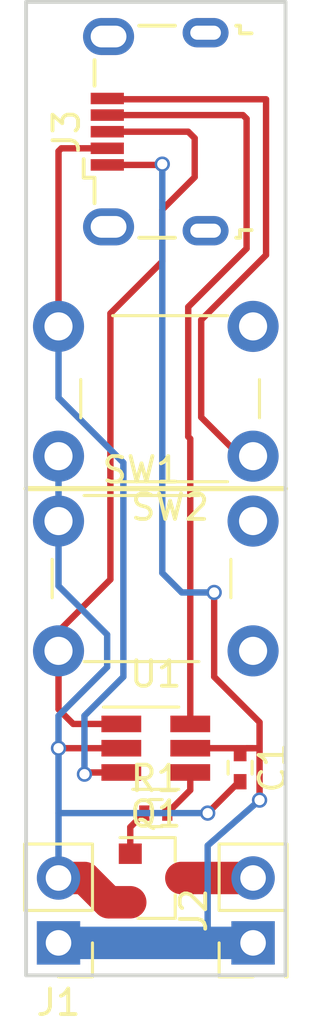
<source format=kicad_pcb>
(kicad_pcb (version 4) (host pcbnew 4.0.7)

  (general
    (links 25)
    (no_connects 9)
    (area 128.194999 65.964999 138.505001 104.215001)
    (thickness 1.6)
    (drawings 5)
    (tracks 79)
    (zones 0)
    (modules 9)
    (nets 10)
  )

  (page A4)
  (layers
    (0 F.Cu signal)
    (31 B.Cu signal)
    (33 F.Adhes user)
    (35 F.Paste user)
    (37 F.SilkS user)
    (39 F.Mask user)
    (40 Dwgs.User user)
    (41 Cmts.User user)
    (42 Eco1.User user)
    (43 Eco2.User user)
    (44 Edge.Cuts user)
    (45 Margin user hide)
    (47 F.CrtYd user hide)
    (49 F.Fab user)
  )

  (setup
    (last_trace_width 1.27)
    (user_trace_width 1.27)
    (trace_clearance 0.2)
    (zone_clearance 0.508)
    (zone_45_only no)
    (trace_min 0.2)
    (segment_width 0.2)
    (edge_width 0.15)
    (via_size 0.6)
    (via_drill 0.4)
    (via_min_size 0.4)
    (via_min_drill 0.3)
    (uvia_size 0.3)
    (uvia_drill 0.1)
    (uvias_allowed no)
    (uvia_min_size 0.2)
    (uvia_min_drill 0.1)
    (pcb_text_width 0.3)
    (pcb_text_size 1.5 1.5)
    (mod_edge_width 0.15)
    (mod_text_size 1 1)
    (mod_text_width 0.15)
    (pad_size 1.524 1.524)
    (pad_drill 0.762)
    (pad_to_mask_clearance 0.2)
    (aux_axis_origin 0 0)
    (grid_origin 147.32 83.82)
    (visible_elements 7FFFFFFF)
    (pcbplotparams
      (layerselection 0x00030_80000001)
      (usegerberextensions false)
      (excludeedgelayer true)
      (linewidth 0.100000)
      (plotframeref false)
      (viasonmask false)
      (mode 1)
      (useauxorigin false)
      (hpglpennumber 1)
      (hpglpenspeed 20)
      (hpglpendiameter 15)
      (hpglpenoverlay 2)
      (psnegative false)
      (psa4output false)
      (plotreference true)
      (plotvalue true)
      (plotinvisibletext false)
      (padsonsilk false)
      (subtractmaskfromsilk false)
      (outputformat 1)
      (mirror false)
      (drillshape 1)
      (scaleselection 1)
      (outputdirectory ""))
  )

  (net 0 "")
  (net 1 VDD)
  (net 2 GNDD)
  (net 3 "Net-(J2-Pad2)")
  (net 4 "Net-(R1-Pad2)")
  (net 5 "Net-(J3-Pad2)")
  (net 6 "Net-(J3-Pad3)")
  (net 7 "Net-(J3-Pad4)")
  (net 8 "Net-(J3-Pad6)")
  (net 9 "Net-(Q1-Pad1)")

  (net_class Default "This is the default net class."
    (clearance 0.2)
    (trace_width 0.25)
    (via_dia 0.6)
    (via_drill 0.4)
    (uvia_dia 0.3)
    (uvia_drill 0.1)
    (add_net GNDD)
    (add_net "Net-(J2-Pad2)")
    (add_net "Net-(J3-Pad2)")
    (add_net "Net-(J3-Pad3)")
    (add_net "Net-(J3-Pad4)")
    (add_net "Net-(J3-Pad6)")
    (add_net "Net-(Q1-Pad1)")
    (add_net "Net-(R1-Pad2)")
    (add_net VDD)
  )

  (net_class power ""
    (clearance 0.2)
    (trace_width 1.27)
    (via_dia 0.6)
    (via_drill 0.4)
    (uvia_dia 0.3)
    (uvia_drill 0.1)
  )

  (module Pin_Headers:Pin_Header_Straight_1x02_Pitch2.54mm (layer F.Cu) (tedit 59650532) (tstamp 5ABE79FD)
    (at 129.54 102.87 180)
    (descr "Through hole straight pin header, 1x02, 2.54mm pitch, single row")
    (tags "Through hole pin header THT 1x02 2.54mm single row")
    (path /5AB7E920)
    (fp_text reference J1 (at 0 -2.33 180) (layer F.SilkS)
      (effects (font (size 1 1) (thickness 0.15)))
    )
    (fp_text value INPUT (at 0 4.87 180) (layer F.Fab)
      (effects (font (size 1 1) (thickness 0.15)))
    )
    (fp_line (start -0.635 -1.27) (end 1.27 -1.27) (layer F.Fab) (width 0.1))
    (fp_line (start 1.27 -1.27) (end 1.27 3.81) (layer F.Fab) (width 0.1))
    (fp_line (start 1.27 3.81) (end -1.27 3.81) (layer F.Fab) (width 0.1))
    (fp_line (start -1.27 3.81) (end -1.27 -0.635) (layer F.Fab) (width 0.1))
    (fp_line (start -1.27 -0.635) (end -0.635 -1.27) (layer F.Fab) (width 0.1))
    (fp_line (start -1.33 3.87) (end 1.33 3.87) (layer F.SilkS) (width 0.12))
    (fp_line (start -1.33 1.27) (end -1.33 3.87) (layer F.SilkS) (width 0.12))
    (fp_line (start 1.33 1.27) (end 1.33 3.87) (layer F.SilkS) (width 0.12))
    (fp_line (start -1.33 1.27) (end 1.33 1.27) (layer F.SilkS) (width 0.12))
    (fp_line (start -1.33 0) (end -1.33 -1.33) (layer F.SilkS) (width 0.12))
    (fp_line (start -1.33 -1.33) (end 0 -1.33) (layer F.SilkS) (width 0.12))
    (fp_line (start -1.8 -1.8) (end -1.8 4.35) (layer F.CrtYd) (width 0.05))
    (fp_line (start -1.8 4.35) (end 1.8 4.35) (layer F.CrtYd) (width 0.05))
    (fp_line (start 1.8 4.35) (end 1.8 -1.8) (layer F.CrtYd) (width 0.05))
    (fp_line (start 1.8 -1.8) (end -1.8 -1.8) (layer F.CrtYd) (width 0.05))
    (fp_text user %R (at 0 1.27 270) (layer F.Fab)
      (effects (font (size 1 1) (thickness 0.15)))
    )
    (pad 1 thru_hole rect (at 0 0 180) (size 1.7 1.7) (drill 1) (layers *.Cu *.Mask)
      (net 1 VDD))
    (pad 2 thru_hole oval (at 0 2.54 180) (size 1.7 1.7) (drill 1) (layers *.Cu *.Mask)
      (net 2 GNDD))
    (model ${KISYS3DMOD}/Pin_Headers.3dshapes/Pin_Header_Straight_1x02_Pitch2.54mm.wrl
      (at (xyz 0 0 0))
      (scale (xyz 1 1 1))
      (rotate (xyz 0 0 0))
    )
  )

  (module Pin_Headers:Pin_Header_Straight_2x01_Pitch2.54mm (layer F.Cu) (tedit 59650532) (tstamp 5ABE7A15)
    (at 137.16 102.87 90)
    (descr "Through hole straight pin header, 2x01, 2.54mm pitch, double rows")
    (tags "Through hole pin header THT 2x01 2.54mm double row")
    (path /5AB7E98F)
    (fp_text reference J2 (at 1.27 -2.33 90) (layer F.SilkS)
      (effects (font (size 1 1) (thickness 0.15)))
    )
    (fp_text value OUTPUT (at 1.27 2.33 90) (layer F.Fab)
      (effects (font (size 1 1) (thickness 0.15)))
    )
    (fp_line (start 0 -1.27) (end 3.81 -1.27) (layer F.Fab) (width 0.1))
    (fp_line (start 3.81 -1.27) (end 3.81 1.27) (layer F.Fab) (width 0.1))
    (fp_line (start 3.81 1.27) (end -1.27 1.27) (layer F.Fab) (width 0.1))
    (fp_line (start -1.27 1.27) (end -1.27 0) (layer F.Fab) (width 0.1))
    (fp_line (start -1.27 0) (end 0 -1.27) (layer F.Fab) (width 0.1))
    (fp_line (start -1.33 1.33) (end 3.87 1.33) (layer F.SilkS) (width 0.12))
    (fp_line (start -1.33 1.27) (end -1.33 1.33) (layer F.SilkS) (width 0.12))
    (fp_line (start 3.87 -1.33) (end 3.87 1.33) (layer F.SilkS) (width 0.12))
    (fp_line (start -1.33 1.27) (end 1.27 1.27) (layer F.SilkS) (width 0.12))
    (fp_line (start 1.27 1.27) (end 1.27 -1.33) (layer F.SilkS) (width 0.12))
    (fp_line (start 1.27 -1.33) (end 3.87 -1.33) (layer F.SilkS) (width 0.12))
    (fp_line (start -1.33 0) (end -1.33 -1.33) (layer F.SilkS) (width 0.12))
    (fp_line (start -1.33 -1.33) (end 0 -1.33) (layer F.SilkS) (width 0.12))
    (fp_line (start -1.8 -1.8) (end -1.8 1.8) (layer F.CrtYd) (width 0.05))
    (fp_line (start -1.8 1.8) (end 4.35 1.8) (layer F.CrtYd) (width 0.05))
    (fp_line (start 4.35 1.8) (end 4.35 -1.8) (layer F.CrtYd) (width 0.05))
    (fp_line (start 4.35 -1.8) (end -1.8 -1.8) (layer F.CrtYd) (width 0.05))
    (fp_text user %R (at 1.27 0 180) (layer F.Fab)
      (effects (font (size 1 1) (thickness 0.15)))
    )
    (pad 1 thru_hole rect (at 0 0 90) (size 1.7 1.7) (drill 1) (layers *.Cu *.Mask)
      (net 1 VDD))
    (pad 2 thru_hole oval (at 2.54 0 90) (size 1.7 1.7) (drill 1) (layers *.Cu *.Mask)
      (net 3 "Net-(J2-Pad2)"))
    (model ${KISYS3DMOD}/Pin_Headers.3dshapes/Pin_Header_Straight_2x01_Pitch2.54mm.wrl
      (at (xyz 0 0 0))
      (scale (xyz 1 1 1))
      (rotate (xyz 0 0 0))
    )
  )

  (module Connectors_USB:USB_Micro-B_Wuerth-629105150521 (layer F.Cu) (tedit 59E3D6C4) (tstamp 5ABE7A44)
    (at 133.35 71.12 90)
    (descr "USB Micro-B receptacle, http://www.mouser.com/ds/2/445/629105150521-469306.pdf")
    (tags "usb micro receptacle")
    (path /5ABE74D3)
    (attr smd)
    (fp_text reference J3 (at 0 -3.5 90) (layer F.SilkS)
      (effects (font (size 1 1) (thickness 0.15)))
    )
    (fp_text value USB_OTG (at 0 5.6 90) (layer F.Fab)
      (effects (font (size 1 1) (thickness 0.15)))
    )
    (fp_line (start -4 -2.25) (end -4 3.15) (layer F.Fab) (width 0.15))
    (fp_line (start -4 3.15) (end -3.7 3.15) (layer F.Fab) (width 0.15))
    (fp_line (start -3.7 3.15) (end -3.7 4.35) (layer F.Fab) (width 0.15))
    (fp_line (start -3.7 4.35) (end 3.7 4.35) (layer F.Fab) (width 0.15))
    (fp_line (start 3.7 4.35) (end 3.7 3.15) (layer F.Fab) (width 0.15))
    (fp_line (start 3.7 3.15) (end 4 3.15) (layer F.Fab) (width 0.15))
    (fp_line (start 4 3.15) (end 4 -2.25) (layer F.Fab) (width 0.15))
    (fp_line (start 4 -2.25) (end -4 -2.25) (layer F.Fab) (width 0.15))
    (fp_line (start -2.7 3.75) (end 2.7 3.75) (layer F.Fab) (width 0.15))
    (fp_line (start -1.075 -2.725) (end -1.3 -2.55) (layer F.Fab) (width 0.15))
    (fp_line (start -1.3 -2.55) (end -1.525 -2.725) (layer F.Fab) (width 0.15))
    (fp_line (start -1.525 -2.725) (end -1.525 -2.95) (layer F.Fab) (width 0.15))
    (fp_line (start -1.525 -2.95) (end -1.075 -2.95) (layer F.Fab) (width 0.15))
    (fp_line (start -1.075 -2.95) (end -1.075 -2.725) (layer F.Fab) (width 0.15))
    (fp_line (start -4.15 -0.65) (end -4.15 0.75) (layer F.SilkS) (width 0.15))
    (fp_line (start -4.15 3.15) (end -4.15 3.3) (layer F.SilkS) (width 0.15))
    (fp_line (start -4.15 3.3) (end -3.85 3.3) (layer F.SilkS) (width 0.15))
    (fp_line (start -3.85 3.3) (end -3.85 3.75) (layer F.SilkS) (width 0.15))
    (fp_line (start 3.85 3.75) (end 3.85 3.3) (layer F.SilkS) (width 0.15))
    (fp_line (start 3.85 3.3) (end 4.15 3.3) (layer F.SilkS) (width 0.15))
    (fp_line (start 4.15 3.3) (end 4.15 3.15) (layer F.SilkS) (width 0.15))
    (fp_line (start 4.15 0.75) (end 4.15 -0.65) (layer F.SilkS) (width 0.15))
    (fp_line (start -1.075 -2.825) (end -1.8 -2.825) (layer F.SilkS) (width 0.15))
    (fp_line (start -1.8 -2.825) (end -1.8 -2.4) (layer F.SilkS) (width 0.15))
    (fp_line (start -1.8 -2.4) (end -2.8 -2.4) (layer F.SilkS) (width 0.15))
    (fp_line (start 1.8 -2.4) (end 2.8 -2.4) (layer F.SilkS) (width 0.15))
    (fp_line (start -4.94 -3.34) (end -4.94 4.85) (layer F.CrtYd) (width 0.05))
    (fp_line (start -4.94 4.85) (end 4.95 4.85) (layer F.CrtYd) (width 0.05))
    (fp_line (start 4.95 4.85) (end 4.95 -3.34) (layer F.CrtYd) (width 0.05))
    (fp_line (start 4.95 -3.34) (end -4.94 -3.34) (layer F.CrtYd) (width 0.05))
    (fp_text user %R (at 0 1.05 90) (layer F.Fab)
      (effects (font (size 1 1) (thickness 0.15)))
    )
    (fp_text user "PCB Edge" (at 0 3.75 90) (layer Dwgs.User)
      (effects (font (size 0.5 0.5) (thickness 0.08)))
    )
    (pad 1 smd rect (at -1.3 -1.9 90) (size 0.45 1.3) (layers F.Cu F.Paste F.Mask)
      (net 1 VDD))
    (pad 2 smd rect (at -0.65 -1.9 90) (size 0.45 1.3) (layers F.Cu F.Paste F.Mask)
      (net 5 "Net-(J3-Pad2)"))
    (pad 3 smd rect (at 0 -1.9 90) (size 0.45 1.3) (layers F.Cu F.Paste F.Mask)
      (net 6 "Net-(J3-Pad3)"))
    (pad 4 smd rect (at 0.65 -1.9 90) (size 0.45 1.3) (layers F.Cu F.Paste F.Mask)
      (net 7 "Net-(J3-Pad4)"))
    (pad 5 smd rect (at 1.3 -1.9 90) (size 0.45 1.3) (layers F.Cu F.Paste F.Mask)
      (net 2 GNDD))
    (pad 6 thru_hole oval (at -3.725 -1.85 90) (size 1.45 2) (drill oval 0.85 1.4) (layers *.Cu *.Mask)
      (net 8 "Net-(J3-Pad6)"))
    (pad 6 thru_hole oval (at 3.725 -1.85 90) (size 1.45 2) (drill oval 0.85 1.4) (layers *.Cu *.Mask)
      (net 8 "Net-(J3-Pad6)"))
    (pad 6 thru_hole oval (at -3.875 1.95 90) (size 1.15 1.8) (drill oval 0.55 1.2) (layers *.Cu *.Mask)
      (net 8 "Net-(J3-Pad6)"))
    (pad 6 thru_hole oval (at 3.875 1.95 90) (size 1.15 1.8) (drill oval 0.55 1.2) (layers *.Cu *.Mask)
      (net 8 "Net-(J3-Pad6)"))
    (pad "" np_thru_hole oval (at -2.5 -0.8 90) (size 0.8 0.8) (drill 0.8) (layers *.Cu *.Mask))
    (pad "" np_thru_hole oval (at 2.5 -0.8 90) (size 0.8 0.8) (drill 0.8) (layers *.Cu *.Mask))
    (model ${KISYS3DMOD}/Connectors_USB.3dshapes/USB_Micro-B_Wuerth-629105150521.wrl
      (at (xyz 0 0 0))
      (scale (xyz 1 1 1))
      (rotate (xyz 0 0 0))
    )
  )

  (module TO_SOT_Packages_SMD:SOT-23 (layer F.Cu) (tedit 58CE4E7E) (tstamp 5ABE7A59)
    (at 133.35 100.33)
    (descr "SOT-23, Standard")
    (tags SOT-23)
    (path /5ABE72C7)
    (attr smd)
    (fp_text reference Q1 (at 0 -2.5) (layer F.SilkS)
      (effects (font (size 1 1) (thickness 0.15)))
    )
    (fp_text value SI2306 (at 0 2.5) (layer F.Fab)
      (effects (font (size 1 1) (thickness 0.15)))
    )
    (fp_text user %R (at 0 0 90) (layer F.Fab)
      (effects (font (size 0.5 0.5) (thickness 0.075)))
    )
    (fp_line (start -0.7 -0.95) (end -0.7 1.5) (layer F.Fab) (width 0.1))
    (fp_line (start -0.15 -1.52) (end 0.7 -1.52) (layer F.Fab) (width 0.1))
    (fp_line (start -0.7 -0.95) (end -0.15 -1.52) (layer F.Fab) (width 0.1))
    (fp_line (start 0.7 -1.52) (end 0.7 1.52) (layer F.Fab) (width 0.1))
    (fp_line (start -0.7 1.52) (end 0.7 1.52) (layer F.Fab) (width 0.1))
    (fp_line (start 0.76 1.58) (end 0.76 0.65) (layer F.SilkS) (width 0.12))
    (fp_line (start 0.76 -1.58) (end 0.76 -0.65) (layer F.SilkS) (width 0.12))
    (fp_line (start -1.7 -1.75) (end 1.7 -1.75) (layer F.CrtYd) (width 0.05))
    (fp_line (start 1.7 -1.75) (end 1.7 1.75) (layer F.CrtYd) (width 0.05))
    (fp_line (start 1.7 1.75) (end -1.7 1.75) (layer F.CrtYd) (width 0.05))
    (fp_line (start -1.7 1.75) (end -1.7 -1.75) (layer F.CrtYd) (width 0.05))
    (fp_line (start 0.76 -1.58) (end -1.4 -1.58) (layer F.SilkS) (width 0.12))
    (fp_line (start 0.76 1.58) (end -0.7 1.58) (layer F.SilkS) (width 0.12))
    (pad 1 smd rect (at -1 -0.95) (size 0.9 0.8) (layers F.Cu F.Paste F.Mask)
      (net 9 "Net-(Q1-Pad1)"))
    (pad 2 smd rect (at -1 0.95) (size 0.9 0.8) (layers F.Cu F.Paste F.Mask)
      (net 2 GNDD))
    (pad 3 smd rect (at 1 0) (size 0.9 0.8) (layers F.Cu F.Paste F.Mask)
      (net 3 "Net-(J2-Pad2)"))
    (model ${KISYS3DMOD}/TO_SOT_Packages_SMD.3dshapes/SOT-23.wrl
      (at (xyz 0 0 0))
      (scale (xyz 1 1 1))
      (rotate (xyz 0 0 0))
    )
  )

  (module Buttons_Switches_THT:SW_PUSH_6mm_h7.3mm (layer F.Cu) (tedit 5ABE9D1D) (tstamp 5ABE7A89)
    (at 129.54 86.36)
    (descr "tactile push button, 6x6mm e.g. PHAP33xx series, height=7.3mm")
    (tags "tact sw push 6mm")
    (path /5AB7E63F)
    (fp_text reference SW1 (at 3.25 -2) (layer F.SilkS)
      (effects (font (size 1 1) (thickness 0.15)))
    )
    (fp_text value "SW DOWN" (at 3.75 6.7) (layer F.Fab)
      (effects (font (size 1 1) (thickness 0.15)))
    )
    (fp_text user %R (at 3.25 2.25) (layer F.Fab)
      (effects (font (size 1 1) (thickness 0.15)))
    )
    (fp_line (start 3.25 -0.75) (end 6.25 -0.75) (layer F.Fab) (width 0.1))
    (fp_line (start 6.25 -0.75) (end 6.25 5.25) (layer F.Fab) (width 0.1))
    (fp_line (start 6.25 5.25) (end 0.25 5.25) (layer F.Fab) (width 0.1))
    (fp_line (start 0.25 5.25) (end 0.25 -0.75) (layer F.Fab) (width 0.1))
    (fp_line (start 0.25 -0.75) (end 3.25 -0.75) (layer F.Fab) (width 0.1))
    (fp_line (start 7.75 6) (end 8 6) (layer F.CrtYd) (width 0.05))
    (fp_line (start 8 6) (end 8 5.75) (layer F.CrtYd) (width 0.05))
    (fp_line (start 7.75 -1.5) (end 8 -1.5) (layer F.CrtYd) (width 0.05))
    (fp_line (start 8 -1.5) (end 8 -1.25) (layer F.CrtYd) (width 0.05))
    (fp_line (start -1.5 -1.25) (end -1.5 -1.5) (layer F.CrtYd) (width 0.05))
    (fp_line (start -1.5 -1.5) (end -1.25 -1.5) (layer F.CrtYd) (width 0.05))
    (fp_line (start -1.5 5.75) (end -1.5 6) (layer F.CrtYd) (width 0.05))
    (fp_line (start -1.5 6) (end -1.25 6) (layer F.CrtYd) (width 0.05))
    (fp_line (start -1.25 -1.5) (end 7.75 -1.5) (layer F.CrtYd) (width 0.05))
    (fp_line (start -1.5 5.75) (end -1.5 -1.25) (layer F.CrtYd) (width 0.05))
    (fp_line (start 7.75 6) (end -1.25 6) (layer F.CrtYd) (width 0.05))
    (fp_line (start 8 -1.25) (end 8 5.75) (layer F.CrtYd) (width 0.05))
    (fp_line (start 1 5.5) (end 5.5 5.5) (layer F.SilkS) (width 0.12))
    (fp_line (start -0.25 1.5) (end -0.25 3) (layer F.SilkS) (width 0.12))
    (fp_line (start 5.5 -1) (end 1 -1) (layer F.SilkS) (width 0.12))
    (fp_line (start 6.75 3) (end 6.75 1.5) (layer F.SilkS) (width 0.12))
    (fp_circle (center 3.25 2.25) (end 1.25 2.5) (layer F.Fab) (width 0.1))
    (pad 2 thru_hole circle (at 0 5.08 90) (size 2 2) (drill 1.1) (layers *.Cu *.Mask)
      (net 6 "Net-(J3-Pad3)"))
    (pad 1 thru_hole circle (at 0 0 90) (size 2 2) (drill 1.1) (layers *.Cu *.Mask)
      (net 2 GNDD))
    (pad 2 thru_hole circle (at 7.62 5.08 90) (size 2 2) (drill 1.1) (layers *.Cu *.Mask)
      (net 6 "Net-(J3-Pad3)"))
    (pad 1 thru_hole circle (at 7.62 0 90) (size 2 2) (drill 1.1) (layers *.Cu *.Mask)
      (net 2 GNDD))
    (model ${KISYS3DMOD}/Buttons_Switches_THT.3dshapes/SW_PUSH_6mm_h7.3mm.wrl
      (at (xyz 0.005 0 0))
      (scale (xyz 0.3937 0.3937 0.3937))
      (rotate (xyz 0 0 0))
    )
  )

  (module Buttons_Switches_THT:SW_PUSH_6mm_h7.3mm (layer F.Cu) (tedit 5ABE9D34) (tstamp 5ABE7AA8)
    (at 137.16 83.82 180)
    (descr "tactile push button, 6x6mm e.g. PHAP33xx series, height=7.3mm")
    (tags "tact sw push 6mm")
    (path /5AB7E6A8)
    (fp_text reference SW2 (at 3.25 -2 180) (layer F.SilkS)
      (effects (font (size 1 1) (thickness 0.15)))
    )
    (fp_text value "SW UP" (at 3.75 6.7 180) (layer F.Fab)
      (effects (font (size 1 1) (thickness 0.15)))
    )
    (fp_text user %R (at 3.25 2.25 180) (layer F.Fab)
      (effects (font (size 1 1) (thickness 0.15)))
    )
    (fp_line (start 3.25 -0.75) (end 6.25 -0.75) (layer F.Fab) (width 0.1))
    (fp_line (start 6.25 -0.75) (end 6.25 5.25) (layer F.Fab) (width 0.1))
    (fp_line (start 6.25 5.25) (end 0.25 5.25) (layer F.Fab) (width 0.1))
    (fp_line (start 0.25 5.25) (end 0.25 -0.75) (layer F.Fab) (width 0.1))
    (fp_line (start 0.25 -0.75) (end 3.25 -0.75) (layer F.Fab) (width 0.1))
    (fp_line (start 7.75 6) (end 8 6) (layer F.CrtYd) (width 0.05))
    (fp_line (start 8 6) (end 8 5.75) (layer F.CrtYd) (width 0.05))
    (fp_line (start 7.75 -1.5) (end 8 -1.5) (layer F.CrtYd) (width 0.05))
    (fp_line (start 8 -1.5) (end 8 -1.25) (layer F.CrtYd) (width 0.05))
    (fp_line (start -1.5 -1.25) (end -1.5 -1.5) (layer F.CrtYd) (width 0.05))
    (fp_line (start -1.5 -1.5) (end -1.25 -1.5) (layer F.CrtYd) (width 0.05))
    (fp_line (start -1.5 5.75) (end -1.5 6) (layer F.CrtYd) (width 0.05))
    (fp_line (start -1.5 6) (end -1.25 6) (layer F.CrtYd) (width 0.05))
    (fp_line (start -1.25 -1.5) (end 7.75 -1.5) (layer F.CrtYd) (width 0.05))
    (fp_line (start -1.5 5.75) (end -1.5 -1.25) (layer F.CrtYd) (width 0.05))
    (fp_line (start 7.75 6) (end -1.25 6) (layer F.CrtYd) (width 0.05))
    (fp_line (start 8 -1.25) (end 8 5.75) (layer F.CrtYd) (width 0.05))
    (fp_line (start 1 5.5) (end 5.5 5.5) (layer F.SilkS) (width 0.12))
    (fp_line (start -0.25 1.5) (end -0.25 3) (layer F.SilkS) (width 0.12))
    (fp_line (start 5.5 -1) (end 1 -1) (layer F.SilkS) (width 0.12))
    (fp_line (start 6.75 3) (end 6.75 1.5) (layer F.SilkS) (width 0.12))
    (fp_circle (center 3.25 2.25) (end 1.25 2.5) (layer F.Fab) (width 0.1))
    (pad 2 thru_hole circle (at 0 5.08 270) (size 2 2) (drill 1.1) (layers *.Cu *.Mask)
      (net 5 "Net-(J3-Pad2)"))
    (pad 1 thru_hole circle (at 0 0 270) (size 2 2) (drill 1.1) (layers *.Cu *.Mask)
      (net 2 GNDD))
    (pad 2 thru_hole circle (at 7.62 5.08 270) (size 2 2) (drill 1.1) (layers *.Cu *.Mask)
      (net 5 "Net-(J3-Pad2)"))
    (pad 1 thru_hole circle (at 7.62 0 270) (size 2 2) (drill 1.1) (layers *.Cu *.Mask)
      (net 2 GNDD))
    (model ${KISYS3DMOD}/Buttons_Switches_THT.3dshapes/SW_PUSH_6mm_h7.3mm.wrl
      (at (xyz 0.005 0 0))
      (scale (xyz 0.3937 0.3937 0.3937))
      (rotate (xyz 0 0 0))
    )
  )

  (module TO_SOT_Packages_SMD:SOT-23-6_Handsoldering (layer F.Cu) (tedit 58CE4E7E) (tstamp 5ABE7B94)
    (at 133.35 95.25)
    (descr "6-pin SOT-23 package, Handsoldering")
    (tags "SOT-23-6 Handsoldering")
    (path /5AB7E516)
    (attr smd)
    (fp_text reference U1 (at 0 -2.9) (layer F.SilkS)
      (effects (font (size 1 1) (thickness 0.15)))
    )
    (fp_text value PIC10F200-IP (at 0 2.9) (layer F.Fab)
      (effects (font (size 1 1) (thickness 0.15)))
    )
    (fp_text user %R (at 0 0 90) (layer F.Fab)
      (effects (font (size 0.5 0.5) (thickness 0.075)))
    )
    (fp_line (start -0.9 1.61) (end 0.9 1.61) (layer F.SilkS) (width 0.12))
    (fp_line (start 0.9 -1.61) (end -2.05 -1.61) (layer F.SilkS) (width 0.12))
    (fp_line (start -2.4 1.8) (end -2.4 -1.8) (layer F.CrtYd) (width 0.05))
    (fp_line (start 2.4 1.8) (end -2.4 1.8) (layer F.CrtYd) (width 0.05))
    (fp_line (start 2.4 -1.8) (end 2.4 1.8) (layer F.CrtYd) (width 0.05))
    (fp_line (start -2.4 -1.8) (end 2.4 -1.8) (layer F.CrtYd) (width 0.05))
    (fp_line (start -0.9 -0.9) (end -0.25 -1.55) (layer F.Fab) (width 0.1))
    (fp_line (start 0.9 -1.55) (end -0.25 -1.55) (layer F.Fab) (width 0.1))
    (fp_line (start -0.9 -0.9) (end -0.9 1.55) (layer F.Fab) (width 0.1))
    (fp_line (start 0.9 1.55) (end -0.9 1.55) (layer F.Fab) (width 0.1))
    (fp_line (start 0.9 -1.55) (end 0.9 1.55) (layer F.Fab) (width 0.1))
    (pad 1 smd rect (at -1.35 -0.95) (size 1.56 0.65) (layers F.Cu F.Paste F.Mask)
      (net 6 "Net-(J3-Pad3)"))
    (pad 2 smd rect (at -1.35 0) (size 1.56 0.65) (layers F.Cu F.Paste F.Mask)
      (net 2 GNDD))
    (pad 3 smd rect (at -1.35 0.95) (size 1.56 0.65) (layers F.Cu F.Paste F.Mask)
      (net 5 "Net-(J3-Pad2)"))
    (pad 4 smd rect (at 1.35 0.95) (size 1.56 0.65) (layers F.Cu F.Paste F.Mask)
      (net 4 "Net-(R1-Pad2)"))
    (pad 6 smd rect (at 1.35 -0.95) (size 1.56 0.65) (layers F.Cu F.Paste F.Mask)
      (net 7 "Net-(J3-Pad4)"))
    (pad 5 smd rect (at 1.35 0) (size 1.56 0.65) (layers F.Cu F.Paste F.Mask)
      (net 1 VDD))
    (model ${KISYS3DMOD}/TO_SOT_Packages_SMD.3dshapes/SOT-23-6.wrl
      (at (xyz 0 0 0))
      (scale (xyz 1 1 1))
      (rotate (xyz 0 0 0))
    )
  )

  (module Capacitors_SMD:C_0402 (layer F.Cu) (tedit 58AA841A) (tstamp 5ABEAB39)
    (at 136.652 96.012 270)
    (descr "Capacitor SMD 0402, reflow soldering, AVX (see smccp.pdf)")
    (tags "capacitor 0402")
    (path /5ABEA9EA)
    (attr smd)
    (fp_text reference C1 (at 0 -1.27 270) (layer F.SilkS)
      (effects (font (size 1 1) (thickness 0.15)))
    )
    (fp_text value 100nF (at 0 1.27 270) (layer F.Fab)
      (effects (font (size 1 1) (thickness 0.15)))
    )
    (fp_text user %R (at 0 -1.27 270) (layer F.Fab)
      (effects (font (size 1 1) (thickness 0.15)))
    )
    (fp_line (start -0.5 0.25) (end -0.5 -0.25) (layer F.Fab) (width 0.1))
    (fp_line (start 0.5 0.25) (end -0.5 0.25) (layer F.Fab) (width 0.1))
    (fp_line (start 0.5 -0.25) (end 0.5 0.25) (layer F.Fab) (width 0.1))
    (fp_line (start -0.5 -0.25) (end 0.5 -0.25) (layer F.Fab) (width 0.1))
    (fp_line (start 0.25 -0.47) (end -0.25 -0.47) (layer F.SilkS) (width 0.12))
    (fp_line (start -0.25 0.47) (end 0.25 0.47) (layer F.SilkS) (width 0.12))
    (fp_line (start -1 -0.4) (end 1 -0.4) (layer F.CrtYd) (width 0.05))
    (fp_line (start -1 -0.4) (end -1 0.4) (layer F.CrtYd) (width 0.05))
    (fp_line (start 1 0.4) (end 1 -0.4) (layer F.CrtYd) (width 0.05))
    (fp_line (start 1 0.4) (end -1 0.4) (layer F.CrtYd) (width 0.05))
    (pad 1 smd rect (at -0.55 0 270) (size 0.6 0.5) (layers F.Cu F.Paste F.Mask)
      (net 1 VDD))
    (pad 2 smd rect (at 0.55 0 270) (size 0.6 0.5) (layers F.Cu F.Paste F.Mask)
      (net 2 GNDD))
    (model Capacitors_SMD.3dshapes/C_0402.wrl
      (at (xyz 0 0 0))
      (scale (xyz 1 1 1))
      (rotate (xyz 0 0 0))
    )
  )

  (module Resistors_SMD:R_0402 (layer F.Cu) (tedit 58E0A804) (tstamp 5ABEAB4A)
    (at 133.35 97.79)
    (descr "Resistor SMD 0402, reflow soldering, Vishay (see dcrcw.pdf)")
    (tags "resistor 0402")
    (path /5AB7E7DA)
    (attr smd)
    (fp_text reference R1 (at 0 -1.35) (layer F.SilkS)
      (effects (font (size 1 1) (thickness 0.15)))
    )
    (fp_text value 10K (at 0 1.45) (layer F.Fab)
      (effects (font (size 1 1) (thickness 0.15)))
    )
    (fp_text user %R (at 0 -1.35) (layer F.Fab)
      (effects (font (size 1 1) (thickness 0.15)))
    )
    (fp_line (start -0.5 0.25) (end -0.5 -0.25) (layer F.Fab) (width 0.1))
    (fp_line (start 0.5 0.25) (end -0.5 0.25) (layer F.Fab) (width 0.1))
    (fp_line (start 0.5 -0.25) (end 0.5 0.25) (layer F.Fab) (width 0.1))
    (fp_line (start -0.5 -0.25) (end 0.5 -0.25) (layer F.Fab) (width 0.1))
    (fp_line (start 0.25 -0.53) (end -0.25 -0.53) (layer F.SilkS) (width 0.12))
    (fp_line (start -0.25 0.53) (end 0.25 0.53) (layer F.SilkS) (width 0.12))
    (fp_line (start -0.8 -0.45) (end 0.8 -0.45) (layer F.CrtYd) (width 0.05))
    (fp_line (start -0.8 -0.45) (end -0.8 0.45) (layer F.CrtYd) (width 0.05))
    (fp_line (start 0.8 0.45) (end 0.8 -0.45) (layer F.CrtYd) (width 0.05))
    (fp_line (start 0.8 0.45) (end -0.8 0.45) (layer F.CrtYd) (width 0.05))
    (pad 1 smd rect (at -0.45 0) (size 0.4 0.6) (layers F.Cu F.Paste F.Mask)
      (net 9 "Net-(Q1-Pad1)"))
    (pad 2 smd rect (at 0.45 0) (size 0.4 0.6) (layers F.Cu F.Paste F.Mask)
      (net 4 "Net-(R1-Pad2)"))
    (model ${KISYS3DMOD}/Resistors_SMD.3dshapes/R_0402.wrl
      (at (xyz 0 0 0))
      (scale (xyz 1 1 1))
      (rotate (xyz 0 0 0))
    )
  )

  (gr_line (start 128.27 85.09) (end 138.43 85.09) (angle 90) (layer F.SilkS) (width 0.2))
  (gr_line (start 138.43 66.04) (end 128.27 66.04) (angle 90) (layer Edge.Cuts) (width 0.15))
  (gr_line (start 138.43 104.14) (end 138.43 66.04) (angle 90) (layer Edge.Cuts) (width 0.15))
  (gr_line (start 128.27 104.14) (end 138.43 104.14) (angle 90) (layer Edge.Cuts) (width 0.15))
  (gr_line (start 128.27 66.04) (end 128.27 104.14) (angle 90) (layer Edge.Cuts) (width 0.15))

  (segment (start 137.414 95.25) (end 136.906 95.25) (width 0.25) (layer F.Cu) (net 1))
  (segment (start 137.414 97.282) (end 137.414 95.25) (width 0.25) (layer F.Cu) (net 1))
  (segment (start 137.414 95.25) (end 137.414 94.234) (width 0.25) (layer F.Cu) (net 1) (tstamp 5ABEA5E0))
  (segment (start 135.382 102.87) (end 135.382 99.06) (width 0.25) (layer B.Cu) (net 1))
  (segment (start 135.382 99.06) (end 137.414 97.282) (width 0.25) (layer B.Cu) (net 1) (tstamp 5ABE817F))
  (via (at 137.414 97.282) (size 0.6) (drill 0.4) (layers F.Cu B.Cu) (net 1))
  (segment (start 134.366 89.154) (end 133.604 88.392) (width 0.25) (layer B.Cu) (net 1) (tstamp 5ABEA55B))
  (segment (start 133.574 72.42) (end 131.45 72.42) (width 0.25) (layer F.Cu) (net 1) (tstamp 5ABEA4C5))
  (segment (start 133.604 72.39) (end 133.574 72.42) (width 0.25) (layer F.Cu) (net 1) (tstamp 5ABEA4C4))
  (via (at 133.604 72.39) (size 0.6) (drill 0.4) (layers F.Cu B.Cu) (net 1))
  (segment (start 133.604 88.392) (end 133.604 72.39) (width 0.25) (layer B.Cu) (net 1) (tstamp 5ABEA4B4))
  (via (at 135.636 89.154) (size 0.6) (drill 0.4) (layers F.Cu B.Cu) (net 1))
  (segment (start 135.636 92.456) (end 135.636 89.154) (width 0.25) (layer F.Cu) (net 1) (tstamp 5ABEA49D))
  (segment (start 137.16 93.98) (end 135.636 92.456) (width 0.25) (layer F.Cu) (net 1) (tstamp 5ABEA497))
  (segment (start 135.636 89.154) (end 134.366 89.154) (width 0.25) (layer B.Cu) (net 1))
  (segment (start 137.414 94.234) (end 137.16 93.98) (width 0.25) (layer F.Cu) (net 1) (tstamp 5ABEA5DB))
  (segment (start 137.16 95.25) (end 136.906 95.25) (width 0.25) (layer F.Cu) (net 1))
  (segment (start 136.906 95.25) (end 134.7 95.25) (width 0.25) (layer F.Cu) (net 1) (tstamp 5ABEA5E4))
  (segment (start 137.16 102.87) (end 135.382 102.87) (width 1.27) (layer B.Cu) (net 1))
  (segment (start 135.382 102.87) (end 129.54 102.87) (width 1.27) (layer B.Cu) (net 1) (tstamp 5ABE817D))
  (segment (start 132.35 101.28) (end 131.506 101.28) (width 1.27) (layer F.Cu) (net 2) (status 400000))
  (segment (start 130.556 100.33) (end 129.54 100.33) (width 1.27) (layer F.Cu) (net 2) (tstamp 5ABEAD8E) (status 800000))
  (segment (start 131.506 101.28) (end 130.556 100.33) (width 1.27) (layer F.Cu) (net 2) (tstamp 5ABEAD88))
  (segment (start 136.652 96.562) (end 136.61 96.562) (width 0.25) (layer F.Cu) (net 2) (status C00000))
  (segment (start 136.61 96.562) (end 135.382 97.79) (width 0.25) (layer F.Cu) (net 2) (tstamp 5ABEAB74) (status 400000))
  (via (at 135.382 97.79) (size 0.6) (drill 0.4) (layers F.Cu B.Cu) (net 2))
  (segment (start 135.382 97.79) (end 129.54 97.79) (width 0.25) (layer B.Cu) (net 2) (tstamp 5ABEAB76))
  (segment (start 131.48 69.85) (end 137.668 69.85) (width 0.25) (layer F.Cu) (net 2))
  (segment (start 135.128 82.296) (end 135.128 78.486) (width 0.25) (layer F.Cu) (net 2) (tstamp 5ABEA12A))
  (segment (start 135.128 78.486) (end 137.668 75.946) (width 0.25) (layer F.Cu) (net 2) (tstamp 5ABEA14F))
  (segment (start 137.668 75.946) (end 137.668 69.85) (width 0.25) (layer F.Cu) (net 2) (tstamp 5ABEA15A))
  (segment (start 135.636 82.804) (end 136.652 83.82) (width 0.25) (layer F.Cu) (net 2) (tstamp 5ABEA122))
  (segment (start 135.636 82.804) (end 135.128 82.296) (width 0.25) (layer F.Cu) (net 2))
  (segment (start 131.48 69.85) (end 131.45 69.82) (width 0.25) (layer F.Cu) (net 2) (tstamp 5ABEA15F))
  (segment (start 137.16 83.82) (end 136.652 83.82) (width 0.25) (layer F.Cu) (net 2))
  (segment (start 129.54 95.25) (end 129.54 93.98) (width 0.25) (layer B.Cu) (net 2))
  (segment (start 129.54 88.9) (end 129.54 83.82) (width 0.25) (layer B.Cu) (net 2) (tstamp 5ABE9E1B))
  (segment (start 131.445 90.805) (end 129.54 88.9) (width 0.25) (layer B.Cu) (net 2) (tstamp 5ABE9E19))
  (segment (start 131.445 92.075) (end 131.445 90.805) (width 0.25) (layer B.Cu) (net 2) (tstamp 5ABE9E17))
  (segment (start 129.54 93.98) (end 131.445 92.075) (width 0.25) (layer B.Cu) (net 2) (tstamp 5ABE9E15))
  (segment (start 129.54 100.33) (end 129.54 97.79) (width 0.25) (layer B.Cu) (net 2))
  (segment (start 129.54 97.79) (end 129.54 95.25) (width 0.25) (layer B.Cu) (net 2) (tstamp 5ABEAB79))
  (segment (start 129.54 95.25) (end 132 95.25) (width 0.25) (layer F.Cu) (net 2) (tstamp 5ABE8215))
  (via (at 129.54 95.25) (size 0.6) (drill 0.4) (layers F.Cu B.Cu) (net 2))
  (segment (start 134.35 100.33) (end 137.16 100.33) (width 1.27) (layer F.Cu) (net 3))
  (segment (start 134.7 96.2) (end 134.7 96.89) (width 0.25) (layer F.Cu) (net 4) (status 400000))
  (segment (start 134.7 96.89) (end 133.8 97.79) (width 0.25) (layer F.Cu) (net 4) (tstamp 5ABEAB6D) (status 800000))
  (segment (start 130.556 96.266) (end 130.556 93.98) (width 0.25) (layer B.Cu) (net 5))
  (segment (start 130.622 96.2) (end 130.556 96.266) (width 0.25) (layer F.Cu) (net 5) (tstamp 5ABE9F8E))
  (via (at 130.556 96.266) (size 0.6) (drill 0.4) (layers F.Cu B.Cu) (net 5))
  (segment (start 132 96.2) (end 130.622 96.2) (width 0.25) (layer F.Cu) (net 5))
  (segment (start 129.54 81.534) (end 129.54 78.74) (width 0.25) (layer B.Cu) (net 5) (tstamp 5ABE9FB7))
  (segment (start 132.08 84.074) (end 129.54 81.534) (width 0.25) (layer B.Cu) (net 5) (tstamp 5ABE9FA4))
  (segment (start 132.08 92.456) (end 132.08 84.074) (width 0.25) (layer B.Cu) (net 5) (tstamp 5ABEA527))
  (segment (start 130.556 93.98) (end 132.08 92.456) (width 0.25) (layer B.Cu) (net 5) (tstamp 5ABEA51B))
  (segment (start 129.54 78.74) (end 129.54 71.882) (width 0.25) (layer F.Cu) (net 5))
  (segment (start 129.652 71.77) (end 131.45 71.77) (width 0.25) (layer F.Cu) (net 5) (tstamp 5ABEA449))
  (segment (start 129.54 71.882) (end 129.652 71.77) (width 0.25) (layer F.Cu) (net 5) (tstamp 5ABEA438))
  (segment (start 134.874 72.898) (end 134.874 71.374) (width 0.25) (layer F.Cu) (net 6))
  (segment (start 131.572 88.646) (end 131.572 78.232) (width 0.25) (layer F.Cu) (net 6) (tstamp 5ABEA3DE))
  (segment (start 131.572 78.232) (end 133.604 76.2) (width 0.25) (layer F.Cu) (net 6) (tstamp 5ABEA3F6))
  (segment (start 133.604 76.2) (end 133.604 74.168) (width 0.25) (layer F.Cu) (net 6) (tstamp 5ABEA41A))
  (segment (start 133.604 74.168) (end 134.874 72.898) (width 0.25) (layer F.Cu) (net 6) (tstamp 5ABEA41C))
  (segment (start 129.54 90.678) (end 131.572 88.646) (width 0.25) (layer F.Cu) (net 6) (tstamp 5ABEA3DB))
  (segment (start 134.62 71.12) (end 131.45 71.12) (width 0.25) (layer F.Cu) (net 6) (tstamp 5ABEA42A))
  (segment (start 134.874 71.374) (end 134.62 71.12) (width 0.25) (layer F.Cu) (net 6) (tstamp 5ABEA422))
  (segment (start 129.54 91.44) (end 129.54 90.678) (width 0.25) (layer F.Cu) (net 6))
  (segment (start 132 94.3) (end 130.114 94.3) (width 0.25) (layer F.Cu) (net 6))
  (segment (start 129.54 93.726) (end 129.54 91.44) (width 0.25) (layer F.Cu) (net 6) (tstamp 5ABE9EDA))
  (segment (start 130.114 94.3) (end 129.54 93.726) (width 0.25) (layer F.Cu) (net 6) (tstamp 5ABE9ED2))
  (segment (start 136.906 75.692) (end 136.906 70.612) (width 0.25) (layer F.Cu) (net 7))
  (segment (start 134.7 83.138) (end 134.62 83.058) (width 0.25) (layer F.Cu) (net 7) (tstamp 5ABEA1EE))
  (segment (start 134.62 83.058) (end 134.62 77.978) (width 0.25) (layer F.Cu) (net 7) (tstamp 5ABEA213))
  (segment (start 134.62 77.978) (end 136.906 75.692) (width 0.25) (layer F.Cu) (net 7) (tstamp 5ABEA21D))
  (segment (start 134.7 94.3) (end 134.7 83.138) (width 0.25) (layer F.Cu) (net 7))
  (segment (start 136.764 70.47) (end 131.45 70.47) (width 0.25) (layer F.Cu) (net 7) (tstamp 5ABEA228))
  (segment (start 136.906 70.612) (end 136.764 70.47) (width 0.25) (layer F.Cu) (net 7) (tstamp 5ABEA225))
  (segment (start 132.35 99.38) (end 132.35 98.34) (width 0.25) (layer F.Cu) (net 9) (status 400000))
  (segment (start 132.35 98.34) (end 132.9 97.79) (width 0.25) (layer F.Cu) (net 9) (tstamp 5ABEAB71) (status 800000))

  (zone (net 2) (net_name GNDD) (layer B.Cu) (tstamp 5ABEAB81) (hatch edge 0.508)
    (connect_pads (clearance 0.508))
    (min_thickness 0.254)
    (fill (arc_segments 16) (thermal_gap 0.508) (thermal_bridge_width 0.508))
    (polygon
      (pts
        (xy 131.064 101.6) (xy 134.874 101.6) (xy 134.874 98.552) (xy 136.398 97.028) (xy 136.398 93.218)
        (xy 132.08 93.218) (xy 131.064 94.234) (xy 131.064 97.028) (xy 129.54 97.028) (xy 129.54 100.33)
      )
    )
  )
)

</source>
